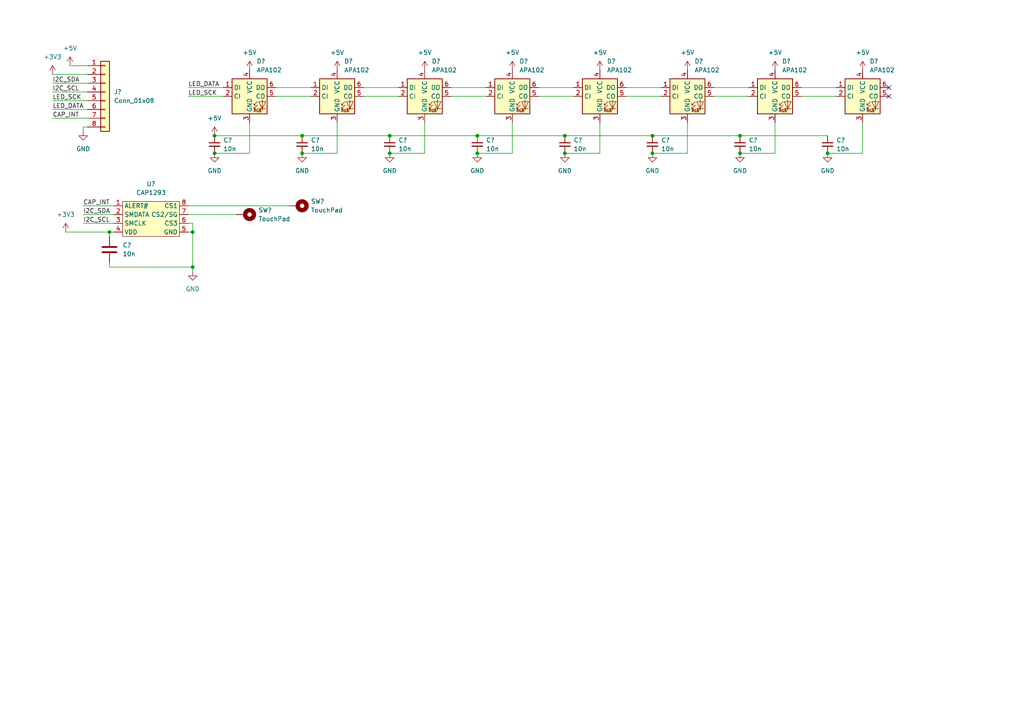
<source format=kicad_sch>
(kicad_sch (version 20211123) (generator eeschema)
  (paper "A4")
  (lib_symbols
    (symbol "CAP1293:CAP1293"
      (property "Reference" "U" (at 0 1.27 0))
      (property "Value" "CAP1293" (at 0 3.81 0))
      (symbol "CAP1293_0_1"
        (rectangle (start -8.89 0) (end 7.62 -10.16) (fill (type background)))
      )
      (symbol "CAP1293_1_1"
        (pin output line (at -11.43 -1.27 0) (length 2.54) (name "ALERT#") (number "1"))
        (pin bidirectional line (at -11.43 -3.81 0) (length 2.54) (name "SMDATA") (number "2"))
        (pin bidirectional line (at -11.43 -6.35 0) (length 2.54) (name "SMCLK") (number "3"))
        (pin power_in line (at -11.43 -8.89 0) (length 2.54) (name "VDD") (number "4"))
        (pin power_in line (at 10.16 -8.89 180) (length 2.54) (name "GND") (number "5"))
        (pin input line (at 10.16 -6.35 180) (length 2.54) (name "CS3") (number "6"))
        (pin input line (at 10.16 -3.81 180) (length 2.54) (name "CS2/SG") (number "7"))
        (pin input line (at 10.16 -1.27 180) (length 2.54) (name "CS1") (number "8"))
      )
    )
    (symbol "Connector_Generic:Conn_01x08" (pin_names (offset 1.016) hide)
      (property "Reference" "J" (at 0 10.16 0))
      (property "Value" "Conn_01x08" (at 0 -12.7 0))
      (symbol "Conn_01x08_1_1"
        (rectangle (start -1.27 -10.033) (end 0 -10.287) (stroke (width 0.1524)))
        (rectangle (start -1.27 -7.493) (end 0 -7.747) (stroke (width 0.1524)))
        (rectangle (start -1.27 -4.953) (end 0 -5.207) (stroke (width 0.1524)))
        (rectangle (start -1.27 -2.413) (end 0 -2.667) (stroke (width 0.1524)))
        (rectangle (start -1.27 0.127) (end 0 -0.127) (stroke (width 0.1524)))
        (rectangle (start -1.27 2.667) (end 0 2.413) (stroke (width 0.1524)))
        (rectangle (start -1.27 5.207) (end 0 4.953) (stroke (width 0.1524)))
        (rectangle (start -1.27 7.747) (end 0 7.493) (stroke (width 0.1524)))
        (rectangle (start -1.27 8.89) (end 1.27 -11.43) (stroke (width 0.254)) (fill (type background)))
        (pin passive line (at -5.08 7.62 0) (length 3.81) (name "Pin_1") (number "1"))
        (pin passive line (at -5.08 5.08 0) (length 3.81) (name "Pin_2") (number "2"))
        (pin passive line (at -5.08 2.54 0) (length 3.81) (name "Pin_3") (number "3"))
        (pin passive line (at -5.08 0 0) (length 3.81) (name "Pin_4") (number "4"))
        (pin passive line (at -5.08 -2.54 0) (length 3.81) (name "Pin_5") (number "5"))
        (pin passive line (at -5.08 -5.08 0) (length 3.81) (name "Pin_6") (number "6"))
        (pin passive line (at -5.08 -7.62 0) (length 3.81) (name "Pin_7") (number "7"))
        (pin passive line (at -5.08 -10.16 0) (length 3.81) (name "Pin_8") (number "8"))
      )
    )
    (symbol "Device:C" (pin_numbers hide) (pin_names (offset 0.254))
      (property "Reference" "C" (at 0.635 2.54 0))
      (property "Value" "C" (at 0.635 -2.54 0))
      (symbol "C_0_1"
        (polyline (pts (xy -2.032 -0.762) (xy 2.032 -0.762)) (stroke (width 0.508)))
        (polyline (pts (xy -2.032 0.762) (xy 2.032 0.762)) (stroke (width 0.508)))
      )
      (symbol "C_1_1"
        (pin passive line (at 0 3.81 270) (length 2.794) (name "~") (number "1"))
        (pin passive line (at 0 -3.81 90) (length 2.794) (name "~") (number "2"))
      )
    )
    (symbol "Device:C_Small" (pin_numbers hide) (pin_names (offset 0.254) hide)
      (property "Reference" "C" (at 0.254 1.778 0))
      (property "Value" "C_Small" (at 0.254 -2.032 0))
      (symbol "C_Small_0_1"
        (polyline (pts (xy -1.524 -0.508) (xy 1.524 -0.508)) (stroke (width 0.3302)))
        (polyline (pts (xy -1.524 0.508) (xy 1.524 0.508)) (stroke (width 0.3048)))
      )
      (symbol "C_Small_1_1"
        (pin passive line (at 0 2.54 270) (length 2.032) (name "~") (number "1"))
        (pin passive line (at 0 -2.54 90) (length 2.032) (name "~") (number "2"))
      )
    )
    (symbol "LED:APA102"
      (property "Reference" "D" (at 5.08 5.715 0))
      (property "Value" "APA102" (at 1.27 -5.715 0))
      (symbol "APA102_0_0"
        (text "RGB" (at 2.286 -4.191 0) (effects (font (size 0.762 0.762))))
      )
      (symbol "APA102_0_1"
        (polyline (pts (xy 1.27 -3.556) (xy 1.778 -3.556)))
        (polyline (pts (xy 1.27 -2.54) (xy 1.778 -2.54)))
        (polyline (pts (xy 4.699 -3.556) (xy 2.667 -3.556)))
        (polyline (pts (xy 2.286 -2.54) (xy 1.27 -3.556) (xy 1.27 -3.048)))
        (polyline (pts (xy 2.286 -1.524) (xy 1.27 -2.54) (xy 1.27 -2.032)))
        (polyline (pts (xy 3.683 -1.016) (xy 3.683 -3.556) (xy 3.683 -4.064)))
        (polyline (pts (xy 4.699 -1.524) (xy 2.667 -1.524) (xy 3.683 -3.556) (xy 4.699 -1.524)))
        (rectangle (start 5.08 5.08) (end -5.08 -5.08) (stroke (width 0.254)) (fill (type background)))
      )
      (symbol "APA102_1_1"
        (pin input line (at -7.62 2.54 0) (length 2.54) (name "DI") (number "1"))
        (pin input line (at -7.62 0 0) (length 2.54) (name "CI") (number "2"))
        (pin power_in line (at 0 -7.62 90) (length 2.54) (name "GND") (number "3"))
        (pin power_in line (at 0 7.62 270) (length 2.54) (name "VCC") (number "4"))
        (pin output line (at 7.62 0 180) (length 2.54) (name "CO") (number "5"))
        (pin output line (at 7.62 2.54 180) (length 2.54) (name "DO") (number "6"))
      )
    )
    (symbol "Mechanical:MountingHole_Pad" (pin_numbers hide) (pin_names (offset 1.016) hide)
      (property "Reference" "H" (at 0 6.35 0))
      (property "Value" "MountingHole_Pad" (at 0 4.445 0))
      (symbol "MountingHole_Pad_0_1"
        (circle (center 0 1.27) (radius 1.27) (stroke (width 1.27)))
      )
      (symbol "MountingHole_Pad_1_1"
        (pin input line (at 0 -2.54 90) (length 2.54) (name "1") (number "1"))
      )
    )
    (symbol "power:+3V3" (power) (pin_names (offset 0))
      (property "Value" "+3V3" (at 0 3.556 0))
      (symbol "+3V3_0_1"
        (polyline (pts (xy -0.762 1.27) (xy 0 2.54)))
        (polyline (pts (xy 0 0) (xy 0 2.54)))
        (polyline (pts (xy 0 2.54) (xy 0.762 1.27)))
      )
      (symbol "+3V3_1_1"
        (pin power_in line (at 0 0 90) (length 0) hide (name "+3V3") (number "1"))
      )
    )
    (symbol "power:+5V" (power) (pin_names (offset 0))
      (property "Value" "+5V" (at 0 3.556 0))
      (symbol "+5V_0_1"
        (polyline (pts (xy -0.762 1.27) (xy 0 2.54)))
        (polyline (pts (xy 0 0) (xy 0 2.54)))
        (polyline (pts (xy 0 2.54) (xy 0.762 1.27)))
      )
      (symbol "+5V_1_1"
        (pin power_in line (at 0 0 90) (length 0) hide (name "+5V") (number "1"))
      )
    )
    (symbol "power:GND" (power) (pin_names (offset 0))
      (property "Value" "GND" (at 0 -3.81 0))
      (symbol "GND_0_1"
        (polyline (pts (xy 0 0) (xy 0 -1.27) (xy 1.27 -1.27) (xy 0 -2.54) (xy -1.27 -1.27) (xy 0 -1.27)))
      )
      (symbol "GND_1_1"
        (pin power_in line (at 0 0 270) (length 0) hide (name "GND") (number "1"))
      )
    )
  )
  (junction (at 163.83 44.45))
  (junction (at 214.63 44.45))
  (junction (at 55.88 77.47))
  (junction (at 113.03 39.37))
  (junction (at 87.63 39.37))
  (junction (at 138.43 44.45))
  (junction (at 240.03 44.45))
  (junction (at 31.75 67.31))
  (junction (at 138.43 39.37))
  (junction (at 214.63 39.37))
  (junction (at 62.23 39.37))
  (junction (at 55.88 67.31))
  (junction (at 163.83 39.37))
  (junction (at 189.23 44.45))
  (junction (at 62.23 44.45))
  (junction (at 189.23 39.37))
  (junction (at 113.03 44.45))
  (junction (at 87.63 44.45))
  (no_connect (at 257.81 27.94))
  (no_connect (at 257.81 25.4))
  (wire (pts (xy 55.88 67.31) (xy 55.88 77.47)))
  (wire (pts (xy 24.13 62.23) (xy 33.02 62.23)))
  (wire (pts (xy 15.24 24.13) (xy 25.4 24.13)))
  (wire (pts (xy 224.79 44.45) (xy 214.63 44.45)))
  (wire (pts (xy 138.43 39.37) (xy 163.83 39.37)))
  (wire (pts (xy 54.61 59.69) (xy 83.82 59.69)))
  (wire (pts (xy 31.75 68.58) (xy 31.75 67.31)))
  (wire (pts (xy 207.01 27.94) (xy 217.17 27.94)))
  (wire (pts (xy 148.59 35.56) (xy 148.59 44.45)))
  (wire (pts (xy 54.61 67.31) (xy 55.88 67.31)))
  (wire (pts (xy 156.21 27.94) (xy 166.37 27.94)))
  (wire (pts (xy 250.19 35.56) (xy 250.19 44.45)))
  (wire (pts (xy 123.19 35.56) (xy 123.19 44.45)))
  (wire (pts (xy 24.13 36.83) (xy 24.13 38.1)))
  (wire (pts (xy 130.81 27.94) (xy 140.97 27.94)))
  (wire (pts (xy 224.79 35.56) (xy 224.79 44.45)))
  (wire (pts (xy 163.83 39.37) (xy 189.23 39.37)))
  (wire (pts (xy 15.24 31.75) (xy 25.4 31.75)))
  (wire (pts (xy 31.75 76.2) (xy 31.75 77.47)))
  (wire (pts (xy 181.61 27.94) (xy 191.77 27.94)))
  (wire (pts (xy 15.24 26.67) (xy 25.4 26.67)))
  (wire (pts (xy 80.01 27.94) (xy 90.17 27.94)))
  (wire (pts (xy 15.24 29.21) (xy 25.4 29.21)))
  (wire (pts (xy 72.39 44.45) (xy 62.23 44.45)))
  (wire (pts (xy 15.24 21.59) (xy 25.4 21.59)))
  (wire (pts (xy 25.4 36.83) (xy 24.13 36.83)))
  (wire (pts (xy 113.03 39.37) (xy 138.43 39.37)))
  (wire (pts (xy 54.61 27.94) (xy 64.77 27.94)))
  (wire (pts (xy 189.23 39.37) (xy 214.63 39.37)))
  (wire (pts (xy 199.39 35.56) (xy 199.39 44.45)))
  (wire (pts (xy 87.63 39.37) (xy 113.03 39.37)))
  (wire (pts (xy 199.39 44.45) (xy 189.23 44.45)))
  (wire (pts (xy 214.63 39.37) (xy 240.03 39.37)))
  (wire (pts (xy 130.81 25.4) (xy 140.97 25.4)))
  (wire (pts (xy 55.88 77.47) (xy 55.88 78.74)))
  (wire (pts (xy 105.41 27.94) (xy 115.57 27.94)))
  (wire (pts (xy 105.41 25.4) (xy 115.57 25.4)))
  (wire (pts (xy 207.01 25.4) (xy 217.17 25.4)))
  (wire (pts (xy 24.13 64.77) (xy 33.02 64.77)))
  (wire (pts (xy 232.41 27.94) (xy 242.57 27.94)))
  (wire (pts (xy 20.32 19.05) (xy 25.4 19.05)))
  (wire (pts (xy 24.13 59.69) (xy 33.02 59.69)))
  (wire (pts (xy 250.19 44.45) (xy 240.03 44.45)))
  (wire (pts (xy 156.21 25.4) (xy 166.37 25.4)))
  (wire (pts (xy 55.88 64.77) (xy 55.88 67.31)))
  (wire (pts (xy 181.61 25.4) (xy 191.77 25.4)))
  (wire (pts (xy 232.41 25.4) (xy 242.57 25.4)))
  (wire (pts (xy 173.99 44.45) (xy 163.83 44.45)))
  (wire (pts (xy 123.19 44.45) (xy 113.03 44.45)))
  (wire (pts (xy 54.61 62.23) (xy 68.58 62.23)))
  (wire (pts (xy 148.59 44.45) (xy 138.43 44.45)))
  (wire (pts (xy 62.23 39.37) (xy 87.63 39.37)))
  (wire (pts (xy 97.79 35.56) (xy 97.79 44.45)))
  (wire (pts (xy 54.61 25.4) (xy 64.77 25.4)))
  (wire (pts (xy 54.61 64.77) (xy 55.88 64.77)))
  (wire (pts (xy 80.01 25.4) (xy 90.17 25.4)))
  (wire (pts (xy 15.24 34.29) (xy 25.4 34.29)))
  (wire (pts (xy 31.75 67.31) (xy 33.02 67.31)))
  (wire (pts (xy 31.75 77.47) (xy 55.88 77.47)))
  (wire (pts (xy 72.39 35.56) (xy 72.39 44.45)))
  (wire (pts (xy 173.99 35.56) (xy 173.99 44.45)))
  (wire (pts (xy 19.05 67.31) (xy 31.75 67.31)))
  (wire (pts (xy 97.79 44.45) (xy 87.63 44.45)))
  (label "LED_SCK" (at 15.24 29.21 0))
  (label "I2C_SDA" (at 15.24 24.13 0))
  (label "I2C_SDA" (at 24.13 62.23 0))
  (label "CAP_INT" (at 24.13 59.69 0))
  (label "LED_DATA" (at 54.61 25.4 0))
  (label "I2C_SCL" (at 15.24 26.67 0))
  (label "LED_SCK" (at 54.61 27.94 0))
  (label "CAP_INT" (at 15.24 34.29 0))
  (label "LED_DATA" (at 15.24 31.75 0))
  (label "I2C_SCL" (at 24.13 64.77 0))
  (symbol (lib_id "Device:C_Small") (at 214.63 41.91 0) (unit 1)
    (property "Reference" "C?" (at 217.17 40.6462 0) (effects (justify left)))
    (property "Value" "10n" (at 217.17 43.1862 0) (effects (justify left)))
  )
  (symbol (lib_id "Device:C_Small") (at 62.23 41.91 0) (unit 1)
    (property "Reference" "C?" (at 64.77 40.6462 0) (effects (justify left)))
    (property "Value" "10n" (at 64.77 43.1862 0) (effects (justify left)))
  )
  (symbol (lib_id "power:GND") (at 240.03 44.45 0) (unit 1)
    (property "Reference" "#PWR?" (effects hide))
    (property "Value" "GND" (at 240.03 49.53 0))
  )
  (symbol (lib_id "Device:C_Small") (at 163.83 41.91 0) (unit 1)
    (property "Reference" "C?" (at 166.37 40.6462 0) (effects (justify left)))
    (property "Value" "10n" (at 166.37 43.1862 0) (effects (justify left)))
  )
  (symbol (lib_id "LED:APA102") (at 224.79 27.94 0) (unit 1)
    (property "Reference" "D?" (at 226.8094 17.78 0) (effects (justify left)))
    (property "Value" "APA102" (at 226.8094 20.32 0) (effects (justify left)))
    (property "Footprint" "LED_SMD:LED_RGB_5050-6" (effects hide))
    (property "Datasheet" "http://www.led-color.com/upload/201506/APA102%20LED.pdf" (effects hide))
  )
  (symbol (lib_id "power:GND") (at 113.03 44.45 0) (unit 1)
    (property "Reference" "#PWR?" (effects hide))
    (property "Value" "GND" (at 113.03 49.53 0))
  )
  (symbol (lib_id "power:+5V") (at 123.19 20.32 0) (unit 1)
    (property "Reference" "#PWR?" (effects hide))
    (property "Value" "+5V" (at 123.19 15.24 0))
  )
  (symbol (lib_id "LED:APA102") (at 123.19 27.94 0) (unit 1)
    (property "Reference" "D?" (at 125.2094 17.78 0) (effects (justify left)))
    (property "Value" "APA102" (at 125.2094 20.32 0) (effects (justify left)))
    (property "Footprint" "LED_SMD:LED_RGB_5050-6" (effects hide))
    (property "Datasheet" "http://www.led-color.com/upload/201506/APA102%20LED.pdf" (effects hide))
  )
  (symbol (lib_id "LED:APA102") (at 250.19 27.94 0) (unit 1)
    (property "Reference" "D?" (at 252.2094 17.78 0) (effects (justify left)))
    (property "Value" "APA102" (at 252.2094 20.32 0) (effects (justify left)))
    (property "Footprint" "LED_SMD:LED_RGB_5050-6" (effects hide))
    (property "Datasheet" "http://www.led-color.com/upload/201506/APA102%20LED.pdf" (effects hide))
  )
  (symbol (lib_id "power:GND") (at 214.63 44.45 0) (unit 1)
    (property "Reference" "#PWR?" (effects hide))
    (property "Value" "GND" (at 214.63 49.53 0))
  )
  (symbol (lib_id "power:+5V") (at 224.79 20.32 0) (unit 1)
    (property "Reference" "#PWR?" (effects hide))
    (property "Value" "+5V" (at 224.79 15.24 0))
  )
  (symbol (lib_id "Connector_Generic:Conn_01x08") (at 30.48 26.67 0) (unit 1)
    (property "Reference" "J?" (at 33.02 26.6699 0) (effects (justify left)))
    (property "Value" "Conn_01x08" (at 33.02 29.2099 0) (effects (justify left)))
  )
  (symbol (lib_id "Device:C_Small") (at 113.03 41.91 0) (unit 1)
    (property "Reference" "C?" (at 115.57 40.6462 0) (effects (justify left)))
    (property "Value" "10n" (at 115.57 43.1862 0) (effects (justify left)))
  )
  (symbol (lib_id "power:+5V") (at 199.39 20.32 0) (unit 1)
    (property "Reference" "#PWR?" (effects hide))
    (property "Value" "+5V" (at 199.39 15.24 0))
  )
  (symbol (lib_id "Device:C_Small") (at 189.23 41.91 0) (unit 1)
    (property "Reference" "C?" (at 191.77 40.6462 0) (effects (justify left)))
    (property "Value" "10n" (at 191.77 43.1862 0) (effects (justify left)))
  )
  (symbol (lib_id "power:GND") (at 189.23 44.45 0) (unit 1)
    (property "Reference" "#PWR?" (effects hide))
    (property "Value" "GND" (at 189.23 49.53 0))
  )
  (symbol (lib_id "LED:APA102") (at 97.79 27.94 0) (unit 1)
    (property "Reference" "D?" (at 99.8094 17.78 0) (effects (justify left)))
    (property "Value" "APA102" (at 99.8094 20.32 0) (effects (justify left)))
    (property "Footprint" "LED_SMD:LED_RGB_5050-6" (effects hide))
    (property "Datasheet" "http://www.led-color.com/upload/201506/APA102%20LED.pdf" (effects hide))
  )
  (symbol (lib_id "power:GND") (at 163.83 44.45 0) (unit 1)
    (property "Reference" "#PWR?" (effects hide))
    (property "Value" "GND" (at 163.83 49.53 0))
  )
  (symbol (lib_id "power:GND") (at 87.63 44.45 0) (unit 1)
    (property "Reference" "#PWR?" (effects hide))
    (property "Value" "GND" (at 87.63 49.53 0))
  )
  (symbol (lib_id "Device:C_Small") (at 87.63 41.91 0) (unit 1)
    (property "Reference" "C?" (at 90.17 40.6462 0) (effects (justify left)))
    (property "Value" "10n" (at 90.17 43.1862 0) (effects (justify left)))
  )
  (symbol (lib_id "Mechanical:MountingHole_Pad") (at 86.36 59.69 270) (unit 1)
    (property "Reference" "SW?" (at 90.17 58.4199 90) (effects (justify left)))
    (property "Value" "TouchPad" (at 90.17 60.9599 90) (effects (justify left)))
  )
  (symbol (lib_id "power:+5V") (at 250.19 20.32 0) (unit 1)
    (property "Reference" "#PWR?" (effects hide))
    (property "Value" "+5V" (at 250.19 15.24 0))
  )
  (symbol (lib_id "power:+5V") (at 173.99 20.32 0) (unit 1)
    (property "Reference" "#PWR?" (effects hide))
    (property "Value" "+5V" (at 173.99 15.24 0))
  )
  (symbol (lib_id "power:GND") (at 24.13 38.1 0) (unit 1)
    (property "Reference" "#PWR?" (effects hide))
    (property "Value" "GND" (at 24.13 43.18 0))
  )
  (symbol (lib_id "power:+5V") (at 72.39 20.32 0) (unit 1)
    (property "Reference" "#PWR?" (effects hide))
    (property "Value" "+5V" (at 72.39 15.24 0))
  )
  (symbol (lib_id "power:GND") (at 138.43 44.45 0) (unit 1)
    (property "Reference" "#PWR?" (effects hide))
    (property "Value" "GND" (at 138.43 49.53 0))
  )
  (symbol (lib_id "LED:APA102") (at 173.99 27.94 0) (unit 1)
    (property "Reference" "D?" (at 176.0094 17.78 0) (effects (justify left)))
    (property "Value" "APA102" (at 176.0094 20.32 0) (effects (justify left)))
    (property "Footprint" "LED_SMD:LED_RGB_5050-6" (effects hide))
    (property "Datasheet" "http://www.led-color.com/upload/201506/APA102%20LED.pdf" (effects hide))
  )
  (symbol (lib_id "power:+5V") (at 20.32 19.05 0) (unit 1)
    (property "Reference" "#PWR?" (effects hide))
    (property "Value" "+5V" (at 20.32 13.97 0))
  )
  (symbol (lib_id "power:+5V") (at 97.79 20.32 0) (unit 1)
    (property "Reference" "#PWR?" (effects hide))
    (property "Value" "+5V" (at 97.79 15.24 0))
  )
  (symbol (lib_id "Device:C_Small") (at 240.03 41.91 0) (unit 1)
    (property "Reference" "C?" (at 242.57 40.6462 0) (effects (justify left)))
    (property "Value" "10n" (at 242.57 43.1862 0) (effects (justify left)))
  )
  (symbol (lib_id "power:+5V") (at 148.59 20.32 0) (unit 1)
    (property "Reference" "#PWR?" (effects hide))
    (property "Value" "+5V" (at 148.59 15.24 0))
  )
  (symbol (lib_id "power:GND") (at 55.88 78.74 0) (unit 1)
    (property "Reference" "#PWR?" (effects hide))
    (property "Value" "GND" (at 55.88 83.82 0))
  )
  (symbol (lib_id "Device:C") (at 31.75 72.39 0) (unit 1)
    (property "Reference" "C?" (at 35.56 71.1199 0) (effects (justify left)))
    (property "Value" "10n" (at 35.56 73.6599 0) (effects (justify left)))
  )
  (symbol (lib_id "power:+5V") (at 62.23 39.37 0) (unit 1)
    (property "Reference" "#PWR?" (effects hide))
    (property "Value" "+5V" (at 62.23 34.29 0))
  )
  (symbol (lib_id "LED:APA102") (at 199.39 27.94 0) (unit 1)
    (property "Reference" "D?" (at 201.4094 17.78 0) (effects (justify left)))
    (property "Value" "APA102" (at 201.4094 20.32 0) (effects (justify left)))
    (property "Footprint" "LED_SMD:LED_RGB_5050-6" (effects hide))
    (property "Datasheet" "http://www.led-color.com/upload/201506/APA102%20LED.pdf" (effects hide))
  )
  (symbol (lib_id "Mechanical:MountingHole_Pad") (at 71.12 62.23 270) (unit 1)
    (property "Reference" "SW?" (at 74.93 60.9599 90) (effects (justify left)))
    (property "Value" "TouchPad" (at 74.93 63.4999 90) (effects (justify left)))
  )
  (symbol (lib_id "power:GND") (at 62.23 44.45 0) (unit 1)
    (property "Reference" "#PWR?" (effects hide))
    (property "Value" "GND" (at 62.23 49.53 0))
  )
  (symbol (lib_id "power:+3V3") (at 15.24 21.59 0) (unit 1)
    (property "Reference" "#PWR?" (effects hide))
    (property "Value" "+3V3" (at 15.24 16.51 0))
  )
  (symbol (lib_id "CAP1293:CAP1293") (at 44.45 58.42 0) (unit 1)
    (property "Reference" "U?" (at 43.815 53.34 0))
    (property "Value" "CAP1293" (at 43.815 55.88 0))
  )
  (symbol (lib_id "Device:C_Small") (at 138.43 41.91 0) (unit 1)
    (property "Reference" "C?" (at 140.97 40.6462 0) (effects (justify left)))
    (property "Value" "10n" (at 140.97 43.1862 0) (effects (justify left)))
  )
  (symbol (lib_id "power:+3V3") (at 19.05 67.31 0) (unit 1)
    (property "Reference" "#PWR?" (effects hide))
    (property "Value" "+3V3" (at 19.05 62.23 0))
  )
  (symbol (lib_id "LED:APA102") (at 148.59 27.94 0) (unit 1)
    (property "Reference" "D?" (at 150.6094 17.78 0) (effects (justify left)))
    (property "Value" "APA102" (at 150.6094 20.32 0) (effects (justify left)))
    (property "Footprint" "LED_SMD:LED_RGB_5050-6" (effects hide))
    (property "Datasheet" "http://www.led-color.com/upload/201506/APA102%20LED.pdf" (effects hide))
  )
  (symbol (lib_id "LED:APA102") (at 72.39 27.94 0) (unit 1)
    (property "Reference" "D?" (at 74.4094 17.78 0) (effects (justify left)))
    (property "Value" "APA102" (at 74.4094 20.32 0) (effects (justify left)))
    (property "Footprint" "LED_SMD:LED_RGB_5050-6" (effects hide))
    (property "Datasheet" "http://www.led-color.com/upload/201506/APA102%20LED.pdf" (effects hide))
  )
)
</source>
